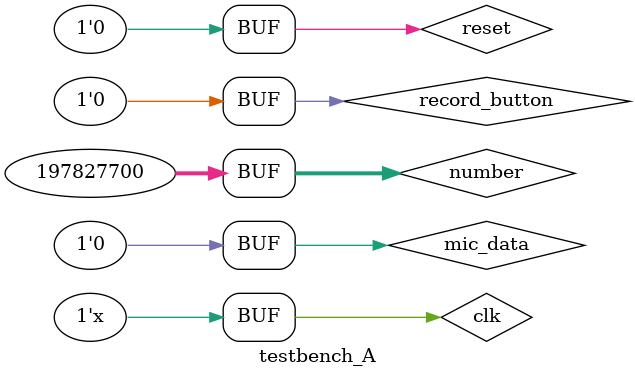
<source format=v>
`timescale 1ns/1ps
module testbench_A;
reg clk, reset, record_button, mic_data;;
wire clkout_sys, clkout_mic;

integer i;
reg [31:0] number;
reg [5:0] counter;

microphone_controller microphone_controller_inst(clk, reset, record_button, mic_data, clkout_sys, clkout_mic);

initial 
begin
    clk = 0;
    reset = 1;
    record_button = 0;
    i = 0;
    number = 32'b00001011110010101001110001110100;
    #100 reset = 0;
    #250.5 record_button = 1;
    //#1000 record_button = 0;

    

    mic_data = 0;
    #500 mic_data = 1;
    #500 mic_data = 0;
    record_button = 0;
    #500 mic_data = 1;
    #500 mic_data = 0;
    #500 mic_data = 1;
    #500 mic_data = 1;
    #500 mic_data = 0;
    #500 mic_data = 1;
    #500 mic_data = 1;
    #500 mic_data = 0;
    #500 mic_data = 0;
    #500 mic_data = 0;
    #500 mic_data = 1;
    #500 mic_data = 1;
    #500 mic_data = 0;
    #500 mic_data = 0;
    #500 mic_data = 1;
    #500 mic_data = 0;
    #500 mic_data = 1;
    #500 mic_data = 0;
    #500 mic_data = 1;
    #500 mic_data = 1;
    #500 mic_data = 0;
    #500 mic_data = 1;
    #500 mic_data = 1;
    #500 mic_data = 0;
    #500 mic_data = 0;
    #500 mic_data = 0;
    #500 mic_data = 1;
    #500 mic_data = 1;
    #500 mic_data = 0;

    #500 mic_data = 1;
    #500 mic_data = 0;
    #500 mic_data = 1;
    #500 mic_data = 1;
    #500 mic_data = 1;
    #500 mic_data = 1;
    #500 mic_data = 1;
    #500 mic_data = 1;
    #500 mic_data = 0;
    #500 mic_data = 0;
    #500 mic_data = 0;
    #500 mic_data = 1;
    #500 mic_data = 1;
    #500 mic_data = 1;
    #500 mic_data = 1;
    #500 mic_data = 1;
    #500 mic_data = 0;
    #500 mic_data = 1;
    #500 mic_data = 1;
    #500 mic_data = 0;
    #500 mic_data = 1;
    #500 mic_data = 1;
    #500 mic_data = 1;
    #500 mic_data = 1;
    #500 mic_data = 0;
    #500 mic_data = 1;
    #500 mic_data = 1;
    #500 mic_data = 1;
    #500 mic_data = 0;
    #500 mic_data = 0;
    #500 mic_data = 0;
    #500 mic_data = 1;

    #500 mic_data = 0;
    #500 mic_data = 1;
    #500 mic_data = 0;
    #500 mic_data = 1;
    #500 mic_data = 0;
    #500 mic_data = 1;
    #500 mic_data = 1;
    #500 mic_data = 0;
    #500 mic_data = 1;
    #500 mic_data = 1;
    #500 mic_data = 0;
    #500 mic_data = 0;
    #500 mic_data = 1;
    #500 mic_data = 0;
    #500 mic_data = 1;
    #500 mic_data = 0;
    #500 mic_data = 0;
    #500 mic_data = 0;
    #500 mic_data = 1;
    #500 mic_data = 1;
    #500 mic_data = 0;
    #500 mic_data = 0;
    #500 mic_data = 1;
    #500 mic_data = 0;
    #500 mic_data = 1;
    #500 mic_data = 0;
    #500 mic_data = 1;
    #500 mic_data = 1;
    #500 mic_data = 1;
    #500 mic_data = 0;
    #500 mic_data = 1;
    #500 mic_data = 1;

    #1008505 mic_data = 0;
    #500 mic_data = 1;
    #500 mic_data = 0;
    #500 mic_data = 1;
    #500 mic_data = 0;
    #500 mic_data = 1;
    #500 mic_data = 1;
    #500 mic_data = 0;
    #500 mic_data = 1;
    #500 mic_data = 1;
    #500 mic_data = 0;
    #500 mic_data = 0;
    #500 mic_data = 1;
    #500 mic_data = 0;
    #500 mic_data = 1;
    #500 mic_data = 0;
    #500 mic_data = 0;
    #500 mic_data = 0;
    #500 mic_data = 0;
    #500 mic_data = 1;
    #500 mic_data = 0;
    #500 mic_data = 0;
    #500 mic_data = 1;
    #500 mic_data = 0;
    #500 mic_data = 1;
    #500 mic_data = 0;
    #500 mic_data = 0;
    #500 mic_data = 1;
    #500 mic_data = 1;
    #500 mic_data = 0;
    #500 mic_data = 1;
    #500 mic_data = 1;

    #13694626 mic_data = 0;
    #500 mic_data = 1;
    #500 mic_data = 0;
    #500 mic_data = 1;
    #500 mic_data = 0;
    #500 mic_data = 1;
    #500 mic_data = 1;
    #500 mic_data = 0;
    #500 mic_data = 1;
    #500 mic_data = 1;
    #500 mic_data = 0;
    #500 mic_data = 0;
    #500 mic_data = 1;
    #500 mic_data = 0;
    #500 mic_data = 1;
    #500 mic_data = 0;
    #500 mic_data = 0;
    #500 mic_data = 0;
    #500 mic_data = 0;
    #500 mic_data = 1;
    #500 mic_data = 0;
    #500 mic_data = 0;
    #500 mic_data = 1;
    #500 mic_data = 0;
    #500 mic_data = 1;
    #500 mic_data = 0;
    #500 mic_data = 0;
    #500 mic_data = 1;
    #500 mic_data = 1;
    #500 mic_data = 0;
    #500 mic_data = 1;
    #500 mic_data = 0;


end

// always @(posedge clkout_mic or posedge reset)
// begin
//     if(reset)
//         mic_data <= 1'bx;
//     else if(counter == 6'd31)
//     begin
//         number = $urandom();
//         $display("number is: %d\n", number);
//         i <= 0;
//     end
//     else 
//     begin
//         i <= i +1;
//         if(i == 31)
//             i <= 0;
//     end


// end

// always @(number or i)
// begin
//     mic_data = number[i];
// end

// always @(posedge clkout_mic or posedge reset)
// begin
//     if(reset)
//         counter <= 0;
//     else
//         counter <= counter + 1;
//     if(counter == 6'd32)
//         counter <= 0;
// end

// always @(posedge clkout_mic or posedge reset)
// begin
//     if(reset)
//         mic_data <= 1'bx;
//     else
//     begin
//         mic_data <= {$random}%2;
//         $display("%d", mic_data);
//         // mic_data <= number[i];
//         // i <= i+1;
//     end
// end

// always @(mic_data)
// begin
//     i = i + 1;
// end

always @(i)
begin
    if(i == 33)
    begin
        i = 0;
        //number = 32'b01001110011100110111011000010100;
    end
    //else if (i == 32)
        //number = 32'b01001110011100110111011000010100;

end





always #5 clk = ~clk;

endmodule

</source>
